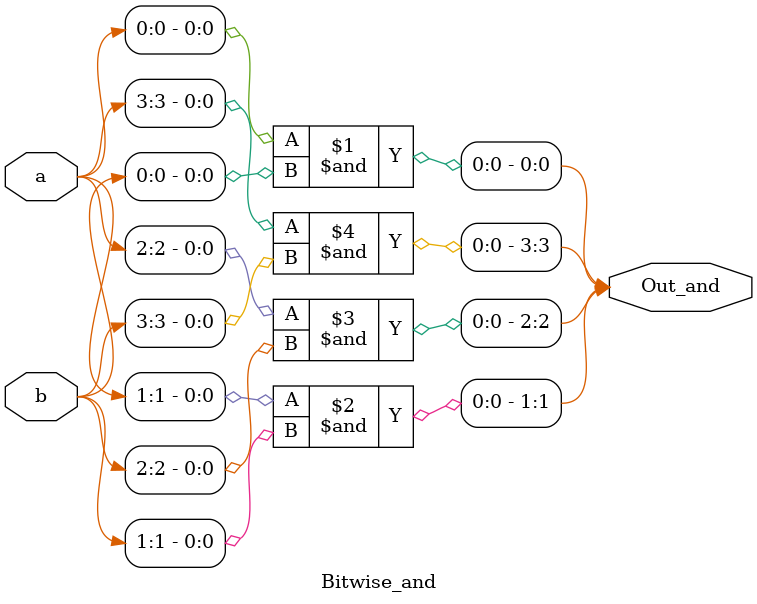
<source format=v>
module Bitwise_and ( input [3:0] a,b,output [3:0] Out_and );
//This code represents the and operation for inputs a and b
and(Out_and[0],a[0],b[0]);
and(Out_and[1],a[1],b[1]);
and(Out_and[2],a[2],b[2]);
and(Out_and[3],a[3],b[3]);

endmodule
</source>
